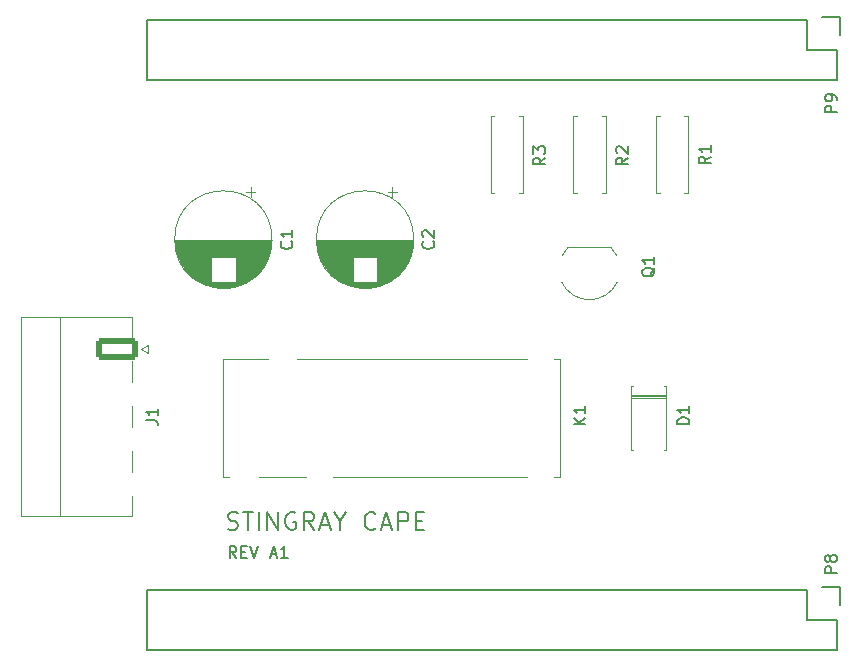
<source format=gto>
G04 #@! TF.GenerationSoftware,KiCad,Pcbnew,6.0.10-86aedd382b~118~ubuntu20.04.1*
G04 #@! TF.CreationDate,2023-01-08T00:17:35-08:00*
G04 #@! TF.ProjectId,stingray,7374696e-6772-4617-992e-6b696361645f,A1*
G04 #@! TF.SameCoordinates,Original*
G04 #@! TF.FileFunction,Legend,Top*
G04 #@! TF.FilePolarity,Positive*
%FSLAX46Y46*%
G04 Gerber Fmt 4.6, Leading zero omitted, Abs format (unit mm)*
G04 Created by KiCad (PCBNEW 6.0.10-86aedd382b~118~ubuntu20.04.1) date 2023-01-08 00:17:35*
%MOMM*%
%LPD*%
G01*
G04 APERTURE LIST*
G04 Aperture macros list*
%AMRoundRect*
0 Rectangle with rounded corners*
0 $1 Rounding radius*
0 $2 $3 $4 $5 $6 $7 $8 $9 X,Y pos of 4 corners*
0 Add a 4 corners polygon primitive as box body*
4,1,4,$2,$3,$4,$5,$6,$7,$8,$9,$2,$3,0*
0 Add four circle primitives for the rounded corners*
1,1,$1+$1,$2,$3*
1,1,$1+$1,$4,$5*
1,1,$1+$1,$6,$7*
1,1,$1+$1,$8,$9*
0 Add four rect primitives between the rounded corners*
20,1,$1+$1,$2,$3,$4,$5,0*
20,1,$1+$1,$4,$5,$6,$7,0*
20,1,$1+$1,$6,$7,$8,$9,0*
20,1,$1+$1,$8,$9,$2,$3,0*%
G04 Aperture macros list end*
%ADD10C,0.150000*%
%ADD11C,0.120000*%
%ADD12R,1.727200X1.727200*%
%ADD13O,1.727200X1.727200*%
%ADD14RoundRect,0.250000X-1.550000X0.650000X-1.550000X-0.650000X1.550000X-0.650000X1.550000X0.650000X0*%
%ADD15O,3.600000X1.800000*%
%ADD16R,1.600000X1.600000*%
%ADD17C,1.600000*%
%ADD18R,1.500000X1.500000*%
%ADD19C,1.500000*%
%ADD20C,2.300000*%
%ADD21O,1.600000X1.600000*%
%ADD22C,5.200000*%
%ADD23R,2.200000X2.200000*%
%ADD24O,2.200000X2.200000*%
G04 APERTURE END LIST*
D10*
X116383214Y-111007142D02*
X116597500Y-111078571D01*
X116954642Y-111078571D01*
X117097500Y-111007142D01*
X117168928Y-110935714D01*
X117240357Y-110792857D01*
X117240357Y-110650000D01*
X117168928Y-110507142D01*
X117097500Y-110435714D01*
X116954642Y-110364285D01*
X116668928Y-110292857D01*
X116526071Y-110221428D01*
X116454642Y-110150000D01*
X116383214Y-110007142D01*
X116383214Y-109864285D01*
X116454642Y-109721428D01*
X116526071Y-109650000D01*
X116668928Y-109578571D01*
X117026071Y-109578571D01*
X117240357Y-109650000D01*
X117668928Y-109578571D02*
X118526071Y-109578571D01*
X118097500Y-111078571D02*
X118097500Y-109578571D01*
X119026071Y-111078571D02*
X119026071Y-109578571D01*
X119740357Y-111078571D02*
X119740357Y-109578571D01*
X120597500Y-111078571D01*
X120597500Y-109578571D01*
X122097500Y-109650000D02*
X121954642Y-109578571D01*
X121740357Y-109578571D01*
X121526071Y-109650000D01*
X121383214Y-109792857D01*
X121311785Y-109935714D01*
X121240357Y-110221428D01*
X121240357Y-110435714D01*
X121311785Y-110721428D01*
X121383214Y-110864285D01*
X121526071Y-111007142D01*
X121740357Y-111078571D01*
X121883214Y-111078571D01*
X122097500Y-111007142D01*
X122168928Y-110935714D01*
X122168928Y-110435714D01*
X121883214Y-110435714D01*
X123668928Y-111078571D02*
X123168928Y-110364285D01*
X122811785Y-111078571D02*
X122811785Y-109578571D01*
X123383214Y-109578571D01*
X123526071Y-109650000D01*
X123597500Y-109721428D01*
X123668928Y-109864285D01*
X123668928Y-110078571D01*
X123597500Y-110221428D01*
X123526071Y-110292857D01*
X123383214Y-110364285D01*
X122811785Y-110364285D01*
X124240357Y-110650000D02*
X124954642Y-110650000D01*
X124097500Y-111078571D02*
X124597500Y-109578571D01*
X125097500Y-111078571D01*
X125883214Y-110364285D02*
X125883214Y-111078571D01*
X125383214Y-109578571D02*
X125883214Y-110364285D01*
X126383214Y-109578571D01*
X128883214Y-110935714D02*
X128811785Y-111007142D01*
X128597500Y-111078571D01*
X128454642Y-111078571D01*
X128240357Y-111007142D01*
X128097500Y-110864285D01*
X128026071Y-110721428D01*
X127954642Y-110435714D01*
X127954642Y-110221428D01*
X128026071Y-109935714D01*
X128097500Y-109792857D01*
X128240357Y-109650000D01*
X128454642Y-109578571D01*
X128597500Y-109578571D01*
X128811785Y-109650000D01*
X128883214Y-109721428D01*
X129454642Y-110650000D02*
X130168928Y-110650000D01*
X129311785Y-111078571D02*
X129811785Y-109578571D01*
X130311785Y-111078571D01*
X130811785Y-111078571D02*
X130811785Y-109578571D01*
X131383214Y-109578571D01*
X131526071Y-109650000D01*
X131597500Y-109721428D01*
X131668928Y-109864285D01*
X131668928Y-110078571D01*
X131597500Y-110221428D01*
X131526071Y-110292857D01*
X131383214Y-110364285D01*
X130811785Y-110364285D01*
X132311785Y-110292857D02*
X132811785Y-110292857D01*
X133026071Y-111078571D02*
X132311785Y-111078571D01*
X132311785Y-109578571D01*
X133026071Y-109578571D01*
X117107023Y-113452380D02*
X116773690Y-112976190D01*
X116535595Y-113452380D02*
X116535595Y-112452380D01*
X116916547Y-112452380D01*
X117011785Y-112500000D01*
X117059404Y-112547619D01*
X117107023Y-112642857D01*
X117107023Y-112785714D01*
X117059404Y-112880952D01*
X117011785Y-112928571D01*
X116916547Y-112976190D01*
X116535595Y-112976190D01*
X117535595Y-112928571D02*
X117868928Y-112928571D01*
X118011785Y-113452380D02*
X117535595Y-113452380D01*
X117535595Y-112452380D01*
X118011785Y-112452380D01*
X118297500Y-112452380D02*
X118630833Y-113452380D01*
X118964166Y-112452380D01*
X120011785Y-113166666D02*
X120487976Y-113166666D01*
X119916547Y-113452380D02*
X120249880Y-112452380D01*
X120583214Y-113452380D01*
X121440357Y-113452380D02*
X120868928Y-113452380D01*
X121154642Y-113452380D02*
X121154642Y-112452380D01*
X121059404Y-112595238D01*
X120964166Y-112690476D01*
X120868928Y-112738095D01*
X109452380Y-101823333D02*
X110166666Y-101823333D01*
X110309523Y-101870952D01*
X110404761Y-101966190D01*
X110452380Y-102109047D01*
X110452380Y-102204285D01*
X110452380Y-100823333D02*
X110452380Y-101394761D01*
X110452380Y-101109047D02*
X109452380Y-101109047D01*
X109595238Y-101204285D01*
X109690476Y-101299523D01*
X109738095Y-101394761D01*
X167952380Y-114738095D02*
X166952380Y-114738095D01*
X166952380Y-114357142D01*
X167000000Y-114261904D01*
X167047619Y-114214285D01*
X167142857Y-114166666D01*
X167285714Y-114166666D01*
X167380952Y-114214285D01*
X167428571Y-114261904D01*
X167476190Y-114357142D01*
X167476190Y-114738095D01*
X167380952Y-113595238D02*
X167333333Y-113690476D01*
X167285714Y-113738095D01*
X167190476Y-113785714D01*
X167142857Y-113785714D01*
X167047619Y-113738095D01*
X167000000Y-113690476D01*
X166952380Y-113595238D01*
X166952380Y-113404761D01*
X167000000Y-113309523D01*
X167047619Y-113261904D01*
X167142857Y-113214285D01*
X167190476Y-113214285D01*
X167285714Y-113261904D01*
X167333333Y-113309523D01*
X167380952Y-113404761D01*
X167380952Y-113595238D01*
X167428571Y-113690476D01*
X167476190Y-113738095D01*
X167571428Y-113785714D01*
X167761904Y-113785714D01*
X167857142Y-113738095D01*
X167904761Y-113690476D01*
X167952380Y-113595238D01*
X167952380Y-113404761D01*
X167904761Y-113309523D01*
X167857142Y-113261904D01*
X167761904Y-113214285D01*
X167571428Y-113214285D01*
X167476190Y-113261904D01*
X167428571Y-113309523D01*
X167380952Y-113404761D01*
X133757142Y-86666666D02*
X133804761Y-86714285D01*
X133852380Y-86857142D01*
X133852380Y-86952380D01*
X133804761Y-87095238D01*
X133709523Y-87190476D01*
X133614285Y-87238095D01*
X133423809Y-87285714D01*
X133280952Y-87285714D01*
X133090476Y-87238095D01*
X132995238Y-87190476D01*
X132900000Y-87095238D01*
X132852380Y-86952380D01*
X132852380Y-86857142D01*
X132900000Y-86714285D01*
X132947619Y-86666666D01*
X132947619Y-86285714D02*
X132900000Y-86238095D01*
X132852380Y-86142857D01*
X132852380Y-85904761D01*
X132900000Y-85809523D01*
X132947619Y-85761904D01*
X133042857Y-85714285D01*
X133138095Y-85714285D01*
X133280952Y-85761904D01*
X133852380Y-86333333D01*
X133852380Y-85714285D01*
X152547619Y-88895238D02*
X152500000Y-88990476D01*
X152404761Y-89085714D01*
X152261904Y-89228571D01*
X152214285Y-89323809D01*
X152214285Y-89419047D01*
X152452380Y-89371428D02*
X152404761Y-89466666D01*
X152309523Y-89561904D01*
X152119047Y-89609523D01*
X151785714Y-89609523D01*
X151595238Y-89561904D01*
X151500000Y-89466666D01*
X151452380Y-89371428D01*
X151452380Y-89180952D01*
X151500000Y-89085714D01*
X151595238Y-88990476D01*
X151785714Y-88942857D01*
X152119047Y-88942857D01*
X152309523Y-88990476D01*
X152404761Y-89085714D01*
X152452380Y-89180952D01*
X152452380Y-89371428D01*
X152452380Y-87990476D02*
X152452380Y-88561904D01*
X152452380Y-88276190D02*
X151452380Y-88276190D01*
X151595238Y-88371428D01*
X151690476Y-88466666D01*
X151738095Y-88561904D01*
X146652380Y-102158095D02*
X145652380Y-102158095D01*
X146652380Y-101586666D02*
X146080952Y-102015238D01*
X145652380Y-101586666D02*
X146223809Y-102158095D01*
X146652380Y-100634285D02*
X146652380Y-101205714D01*
X146652380Y-100920000D02*
X145652380Y-100920000D01*
X145795238Y-101015238D01*
X145890476Y-101110476D01*
X145938095Y-101205714D01*
X157252380Y-79476666D02*
X156776190Y-79810000D01*
X157252380Y-80048095D02*
X156252380Y-80048095D01*
X156252380Y-79667142D01*
X156300000Y-79571904D01*
X156347619Y-79524285D01*
X156442857Y-79476666D01*
X156585714Y-79476666D01*
X156680952Y-79524285D01*
X156728571Y-79571904D01*
X156776190Y-79667142D01*
X156776190Y-80048095D01*
X157252380Y-78524285D02*
X157252380Y-79095714D01*
X157252380Y-78810000D02*
X156252380Y-78810000D01*
X156395238Y-78905238D01*
X156490476Y-79000476D01*
X156538095Y-79095714D01*
X143252380Y-79566666D02*
X142776190Y-79900000D01*
X143252380Y-80138095D02*
X142252380Y-80138095D01*
X142252380Y-79757142D01*
X142300000Y-79661904D01*
X142347619Y-79614285D01*
X142442857Y-79566666D01*
X142585714Y-79566666D01*
X142680952Y-79614285D01*
X142728571Y-79661904D01*
X142776190Y-79757142D01*
X142776190Y-80138095D01*
X142252380Y-79233333D02*
X142252380Y-78614285D01*
X142633333Y-78947619D01*
X142633333Y-78804761D01*
X142680952Y-78709523D01*
X142728571Y-78661904D01*
X142823809Y-78614285D01*
X143061904Y-78614285D01*
X143157142Y-78661904D01*
X143204761Y-78709523D01*
X143252380Y-78804761D01*
X143252380Y-79090476D01*
X143204761Y-79185714D01*
X143157142Y-79233333D01*
X150252380Y-79566666D02*
X149776190Y-79900000D01*
X150252380Y-80138095D02*
X149252380Y-80138095D01*
X149252380Y-79757142D01*
X149300000Y-79661904D01*
X149347619Y-79614285D01*
X149442857Y-79566666D01*
X149585714Y-79566666D01*
X149680952Y-79614285D01*
X149728571Y-79661904D01*
X149776190Y-79757142D01*
X149776190Y-80138095D01*
X149347619Y-79185714D02*
X149300000Y-79138095D01*
X149252380Y-79042857D01*
X149252380Y-78804761D01*
X149300000Y-78709523D01*
X149347619Y-78661904D01*
X149442857Y-78614285D01*
X149538095Y-78614285D01*
X149680952Y-78661904D01*
X150252380Y-79233333D01*
X150252380Y-78614285D01*
X167952380Y-75738095D02*
X166952380Y-75738095D01*
X166952380Y-75357142D01*
X167000000Y-75261904D01*
X167047619Y-75214285D01*
X167142857Y-75166666D01*
X167285714Y-75166666D01*
X167380952Y-75214285D01*
X167428571Y-75261904D01*
X167476190Y-75357142D01*
X167476190Y-75738095D01*
X167952380Y-74690476D02*
X167952380Y-74500000D01*
X167904761Y-74404761D01*
X167857142Y-74357142D01*
X167714285Y-74261904D01*
X167523809Y-74214285D01*
X167142857Y-74214285D01*
X167047619Y-74261904D01*
X167000000Y-74309523D01*
X166952380Y-74404761D01*
X166952380Y-74595238D01*
X167000000Y-74690476D01*
X167047619Y-74738095D01*
X167142857Y-74785714D01*
X167380952Y-74785714D01*
X167476190Y-74738095D01*
X167523809Y-74690476D01*
X167571428Y-74595238D01*
X167571428Y-74404761D01*
X167523809Y-74309523D01*
X167476190Y-74261904D01*
X167380952Y-74214285D01*
X155452380Y-102138095D02*
X154452380Y-102138095D01*
X154452380Y-101900000D01*
X154500000Y-101757142D01*
X154595238Y-101661904D01*
X154690476Y-101614285D01*
X154880952Y-101566666D01*
X155023809Y-101566666D01*
X155214285Y-101614285D01*
X155309523Y-101661904D01*
X155404761Y-101757142D01*
X155452380Y-101900000D01*
X155452380Y-102138095D01*
X155452380Y-100614285D02*
X155452380Y-101185714D01*
X155452380Y-100900000D02*
X154452380Y-100900000D01*
X154595238Y-100995238D01*
X154690476Y-101090476D01*
X154738095Y-101185714D01*
X121757142Y-86666666D02*
X121804761Y-86714285D01*
X121852380Y-86857142D01*
X121852380Y-86952380D01*
X121804761Y-87095238D01*
X121709523Y-87190476D01*
X121614285Y-87238095D01*
X121423809Y-87285714D01*
X121280952Y-87285714D01*
X121090476Y-87238095D01*
X120995238Y-87190476D01*
X120900000Y-87095238D01*
X120852380Y-86952380D01*
X120852380Y-86857142D01*
X120900000Y-86714285D01*
X120947619Y-86666666D01*
X121852380Y-85714285D02*
X121852380Y-86285714D01*
X121852380Y-86000000D02*
X120852380Y-86000000D01*
X120995238Y-86095238D01*
X121090476Y-86190476D01*
X121138095Y-86285714D01*
D11*
X98890000Y-109910000D02*
X108310000Y-109910000D01*
X98890000Y-93060000D02*
X98890000Y-109910000D01*
X108310000Y-93060000D02*
X108310000Y-94720000D01*
X109000000Y-95770000D02*
X109600000Y-95470000D01*
X108310000Y-93060000D02*
X98890000Y-93060000D01*
X108310000Y-96820000D02*
X108310000Y-98530000D01*
X109600000Y-96070000D02*
X109000000Y-95770000D01*
X108310000Y-100630000D02*
X108310000Y-102340000D01*
X108310000Y-109910000D02*
X108310000Y-108250000D01*
X108310000Y-104440000D02*
X108310000Y-106150000D01*
X109600000Y-95470000D02*
X109600000Y-96070000D01*
X102200000Y-93060000D02*
X102200000Y-109910000D01*
D10*
X109525000Y-116195000D02*
X165405000Y-116195000D01*
X109525000Y-121275000D02*
X167945000Y-121275000D01*
X167945000Y-118735000D02*
X165405000Y-118735000D01*
X165405000Y-118735000D02*
X165405000Y-116195000D01*
X168225000Y-117465000D02*
X168225000Y-115915000D01*
X168225000Y-115915000D02*
X166675000Y-115915000D01*
X167945000Y-121275000D02*
X167945000Y-118735000D01*
X109525000Y-121275000D02*
X109525000Y-116195000D01*
D11*
X126960000Y-89221000D02*
X124945000Y-89221000D01*
X131889000Y-87741000D02*
X124111000Y-87741000D01*
X130945000Y-89341000D02*
X129040000Y-89341000D01*
X129229000Y-90421000D02*
X126771000Y-90421000D01*
X130907000Y-89381000D02*
X129040000Y-89381000D01*
X126960000Y-89541000D02*
X125259000Y-89541000D01*
X131757000Y-88101000D02*
X129040000Y-88101000D01*
X131469000Y-88661000D02*
X129040000Y-88661000D01*
X131493000Y-88621000D02*
X129040000Y-88621000D01*
X129964000Y-90101000D02*
X126036000Y-90101000D01*
X126960000Y-87981000D02*
X124195000Y-87981000D01*
X126960000Y-89701000D02*
X125444000Y-89701000D01*
X126960000Y-89061000D02*
X124811000Y-89061000D01*
X131947000Y-87541000D02*
X124053000Y-87541000D01*
X132017000Y-87221000D02*
X123983000Y-87221000D01*
X130741000Y-89541000D02*
X129040000Y-89541000D01*
X126960000Y-89981000D02*
X125834000Y-89981000D01*
X129645000Y-90261000D02*
X126355000Y-90261000D01*
X131790000Y-88021000D02*
X129040000Y-88021000D01*
X131666000Y-88301000D02*
X129040000Y-88301000D01*
X126960000Y-89421000D02*
X125133000Y-89421000D01*
X131584000Y-88461000D02*
X129040000Y-88461000D01*
X131418000Y-88741000D02*
X129040000Y-88741000D01*
X126960000Y-88421000D02*
X124394000Y-88421000D01*
X131090000Y-89181000D02*
X129040000Y-89181000D01*
X132074000Y-86740000D02*
X123926000Y-86740000D01*
X126960000Y-88701000D02*
X124556000Y-88701000D01*
X131189000Y-89061000D02*
X129040000Y-89061000D01*
X132077000Y-86660000D02*
X123923000Y-86660000D01*
X126960000Y-89181000D02*
X124910000Y-89181000D01*
X126960000Y-89381000D02*
X125093000Y-89381000D01*
X126960000Y-88741000D02*
X124582000Y-88741000D01*
X131647000Y-88341000D02*
X129040000Y-88341000D01*
X131365000Y-88821000D02*
X129040000Y-88821000D01*
X130315000Y-82090302D02*
X130315000Y-82890302D01*
X131994000Y-87341000D02*
X124006000Y-87341000D01*
X130697000Y-89581000D02*
X129040000Y-89581000D01*
X130166000Y-89981000D02*
X129040000Y-89981000D01*
X130867000Y-89421000D02*
X129040000Y-89421000D01*
X126960000Y-89581000D02*
X125303000Y-89581000D01*
X126960000Y-88901000D02*
X124691000Y-88901000D01*
X126960000Y-89461000D02*
X125174000Y-89461000D01*
X131914000Y-87661000D02*
X124086000Y-87661000D01*
X132079000Y-86620000D02*
X123921000Y-86620000D01*
X126960000Y-88141000D02*
X124260000Y-88141000D01*
X126960000Y-88941000D02*
X124720000Y-88941000D01*
X131740000Y-88141000D02*
X129040000Y-88141000D01*
X130345000Y-89861000D02*
X129040000Y-89861000D01*
X129098000Y-90461000D02*
X126902000Y-90461000D01*
X126960000Y-89781000D02*
X125546000Y-89781000D01*
X131220000Y-89021000D02*
X129040000Y-89021000D01*
X131627000Y-88381000D02*
X129040000Y-88381000D01*
X126960000Y-89101000D02*
X124844000Y-89101000D01*
X130287000Y-89901000D02*
X129040000Y-89901000D01*
X126960000Y-89501000D02*
X125216000Y-89501000D01*
X130715000Y-82490302D02*
X129915000Y-82490302D01*
X131821000Y-87941000D02*
X124179000Y-87941000D01*
X132061000Y-86900000D02*
X123939000Y-86900000D01*
X130826000Y-89461000D02*
X129040000Y-89461000D01*
X126960000Y-88181000D02*
X124278000Y-88181000D01*
X126960000Y-88781000D02*
X124608000Y-88781000D01*
X131936000Y-87581000D02*
X124064000Y-87581000D01*
X126960000Y-89741000D02*
X125495000Y-89741000D01*
X126960000Y-88621000D02*
X124507000Y-88621000D01*
X126960000Y-88021000D02*
X124210000Y-88021000D01*
X131957000Y-87501000D02*
X124043000Y-87501000D01*
X130784000Y-89501000D02*
X129040000Y-89501000D01*
X131722000Y-88181000D02*
X129040000Y-88181000D01*
X131967000Y-87461000D02*
X124033000Y-87461000D01*
X131338000Y-88861000D02*
X129040000Y-88861000D01*
X130034000Y-90061000D02*
X125966000Y-90061000D01*
X129731000Y-90221000D02*
X126269000Y-90221000D01*
X131392000Y-88781000D02*
X129040000Y-88781000D01*
X129552000Y-90301000D02*
X126448000Y-90301000D01*
X131863000Y-87821000D02*
X124137000Y-87821000D01*
X132076000Y-86700000D02*
X123924000Y-86700000D01*
X131156000Y-89101000D02*
X129040000Y-89101000D01*
X131877000Y-87781000D02*
X124123000Y-87781000D01*
X131925000Y-87621000D02*
X124075000Y-87621000D01*
X129346000Y-90381000D02*
X126654000Y-90381000D01*
X131686000Y-88261000D02*
X129040000Y-88261000D01*
X126960000Y-88541000D02*
X124460000Y-88541000D01*
X130556000Y-89701000D02*
X129040000Y-89701000D01*
X132080000Y-86500000D02*
X123920000Y-86500000D01*
X128948000Y-90501000D02*
X127052000Y-90501000D01*
X126960000Y-88061000D02*
X124226000Y-88061000D01*
X131985000Y-87381000D02*
X124015000Y-87381000D01*
X130651000Y-89621000D02*
X129040000Y-89621000D01*
X128533000Y-90581000D02*
X127467000Y-90581000D01*
X126960000Y-88821000D02*
X124635000Y-88821000D01*
X126960000Y-90021000D02*
X125898000Y-90021000D01*
X130604000Y-89661000D02*
X129040000Y-89661000D01*
X131805000Y-87981000D02*
X129040000Y-87981000D01*
X126960000Y-88301000D02*
X124334000Y-88301000D01*
X132057000Y-86940000D02*
X123943000Y-86940000D01*
X130454000Y-89781000D02*
X129040000Y-89781000D01*
X126960000Y-89661000D02*
X125396000Y-89661000D01*
X131250000Y-88981000D02*
X129040000Y-88981000D01*
X131444000Y-88701000D02*
X129040000Y-88701000D01*
X131055000Y-89221000D02*
X129040000Y-89221000D01*
X132030000Y-87140000D02*
X123970000Y-87140000D01*
X126960000Y-88581000D02*
X124483000Y-88581000D01*
X128768000Y-90541000D02*
X127232000Y-90541000D01*
X132048000Y-87020000D02*
X123952000Y-87020000D01*
X126960000Y-88461000D02*
X124416000Y-88461000D01*
X132071000Y-86780000D02*
X123929000Y-86780000D01*
X129890000Y-90141000D02*
X126110000Y-90141000D01*
X131309000Y-88901000D02*
X129040000Y-88901000D01*
X126960000Y-88381000D02*
X124373000Y-88381000D01*
X131124000Y-89141000D02*
X129040000Y-89141000D01*
X126960000Y-88501000D02*
X124438000Y-88501000D01*
X126960000Y-88221000D02*
X124296000Y-88221000D01*
X126960000Y-88861000D02*
X124662000Y-88861000D01*
X131850000Y-87861000D02*
X124150000Y-87861000D01*
X126960000Y-89941000D02*
X125772000Y-89941000D01*
X132065000Y-86860000D02*
X123935000Y-86860000D01*
X132002000Y-87301000D02*
X123998000Y-87301000D01*
X126960000Y-88981000D02*
X124750000Y-88981000D01*
X132080000Y-86580000D02*
X123920000Y-86580000D01*
X126960000Y-89621000D02*
X125349000Y-89621000D01*
X131976000Y-87421000D02*
X124024000Y-87421000D01*
X132024000Y-87180000D02*
X123976000Y-87180000D01*
X132037000Y-87100000D02*
X123963000Y-87100000D01*
X126960000Y-89021000D02*
X124780000Y-89021000D01*
X126960000Y-89341000D02*
X125055000Y-89341000D01*
X130102000Y-90021000D02*
X129040000Y-90021000D01*
X131019000Y-89261000D02*
X129040000Y-89261000D01*
X131517000Y-88581000D02*
X129040000Y-88581000D01*
X126960000Y-89261000D02*
X124981000Y-89261000D01*
X131774000Y-88061000D02*
X129040000Y-88061000D01*
X126960000Y-89901000D02*
X125713000Y-89901000D01*
X126960000Y-89821000D02*
X125600000Y-89821000D01*
X126960000Y-89301000D02*
X125017000Y-89301000D01*
X126960000Y-89861000D02*
X125655000Y-89861000D01*
X130228000Y-89941000D02*
X129040000Y-89941000D01*
X131280000Y-88941000D02*
X129040000Y-88941000D01*
X131606000Y-88421000D02*
X129040000Y-88421000D01*
X130400000Y-89821000D02*
X129040000Y-89821000D01*
X131540000Y-88541000D02*
X129040000Y-88541000D01*
X132042000Y-87060000D02*
X123958000Y-87060000D01*
X132010000Y-87261000D02*
X123990000Y-87261000D01*
X129453000Y-90341000D02*
X126547000Y-90341000D01*
X126960000Y-88101000D02*
X124243000Y-88101000D01*
X132052000Y-86980000D02*
X123948000Y-86980000D01*
X126960000Y-89141000D02*
X124876000Y-89141000D01*
X132080000Y-86540000D02*
X123920000Y-86540000D01*
X129813000Y-90181000D02*
X126187000Y-90181000D01*
X131562000Y-88501000D02*
X129040000Y-88501000D01*
X130505000Y-89741000D02*
X129040000Y-89741000D01*
X131835000Y-87901000D02*
X124165000Y-87901000D01*
X126960000Y-88341000D02*
X124353000Y-88341000D01*
X130983000Y-89301000D02*
X129040000Y-89301000D01*
X126960000Y-88661000D02*
X124531000Y-88661000D01*
X131704000Y-88221000D02*
X129040000Y-88221000D01*
X126960000Y-88261000D02*
X124314000Y-88261000D01*
X132068000Y-86820000D02*
X123932000Y-86820000D01*
X131902000Y-87701000D02*
X124098000Y-87701000D01*
X132120000Y-86500000D02*
G75*
G03*
X132120000Y-86500000I-4120000J0D01*
G01*
X148800000Y-87150000D02*
X145200000Y-87150000D01*
X149324184Y-87877205D02*
G75*
G03*
X148800000Y-87150000I-2324184J-1122795D01*
G01*
X144643600Y-90098807D02*
G75*
G03*
X147000000Y-91600000I2356400J1098807D01*
G01*
X145200000Y-87150000D02*
G75*
G03*
X144675816Y-87877205I1800000J-1850000D01*
G01*
X147000000Y-91600000D02*
G75*
G03*
X149356400Y-90098807I0J2600000D01*
G01*
X119000000Y-106610000D02*
X123000000Y-106610000D01*
X141750000Y-96610000D02*
X122250000Y-96610000D01*
X119750000Y-96610000D02*
X116000000Y-96610000D01*
X144500000Y-96610000D02*
X144000000Y-96610000D01*
X116000000Y-96610000D02*
X116000000Y-106610000D01*
X116000000Y-106610000D02*
X116500000Y-106610000D01*
X125250000Y-106610000D02*
X141750000Y-106610000D01*
X144000000Y-106610000D02*
X144500000Y-106610000D01*
X144500000Y-106610000D02*
X144500000Y-96610000D01*
X155370000Y-76040000D02*
X155370000Y-82580000D01*
X152630000Y-82580000D02*
X152960000Y-82580000D01*
X155040000Y-76040000D02*
X155370000Y-76040000D01*
X152630000Y-76040000D02*
X152630000Y-82580000D01*
X152960000Y-76040000D02*
X152630000Y-76040000D01*
X155370000Y-82580000D02*
X155040000Y-82580000D01*
X141370000Y-82580000D02*
X141040000Y-82580000D01*
X141370000Y-76040000D02*
X141370000Y-82580000D01*
X141040000Y-76040000D02*
X141370000Y-76040000D01*
X138960000Y-76040000D02*
X138630000Y-76040000D01*
X138630000Y-82580000D02*
X138960000Y-82580000D01*
X138630000Y-76040000D02*
X138630000Y-82580000D01*
X145630000Y-76040000D02*
X145960000Y-76040000D01*
X145960000Y-82580000D02*
X145630000Y-82580000D01*
X148370000Y-82580000D02*
X148370000Y-76040000D01*
X148040000Y-82580000D02*
X148370000Y-82580000D01*
X148370000Y-76040000D02*
X148040000Y-76040000D01*
X145630000Y-82580000D02*
X145630000Y-76040000D01*
D10*
X109525000Y-73015000D02*
X109525000Y-67935000D01*
X167945000Y-73015000D02*
X167945000Y-70475000D01*
X167945000Y-70475000D02*
X165405000Y-70475000D01*
X109525000Y-73015000D02*
X167945000Y-73015000D01*
X165405000Y-70475000D02*
X165405000Y-67935000D01*
X168225000Y-67655000D02*
X166675000Y-67655000D01*
X109525000Y-67935000D02*
X165405000Y-67935000D01*
X168225000Y-69205000D02*
X168225000Y-67655000D01*
D11*
X153340000Y-98870000D02*
X153470000Y-98870000D01*
X153470000Y-99890000D02*
X150530000Y-99890000D01*
X153470000Y-104310000D02*
X153340000Y-104310000D01*
X153470000Y-99650000D02*
X150530000Y-99650000D01*
X150530000Y-98870000D02*
X150530000Y-104310000D01*
X150530000Y-104310000D02*
X150660000Y-104310000D01*
X153470000Y-98870000D02*
X153470000Y-104310000D01*
X153470000Y-99770000D02*
X150530000Y-99770000D01*
X150660000Y-98870000D02*
X150530000Y-98870000D01*
X114960000Y-89981000D02*
X113834000Y-89981000D01*
X117813000Y-90181000D02*
X114187000Y-90181000D01*
X120068000Y-86820000D02*
X111932000Y-86820000D01*
X120079000Y-86620000D02*
X111921000Y-86620000D01*
X117098000Y-90461000D02*
X114902000Y-90461000D01*
X114960000Y-89621000D02*
X113349000Y-89621000D01*
X119124000Y-89141000D02*
X117040000Y-89141000D01*
X114960000Y-88421000D02*
X112394000Y-88421000D01*
X117453000Y-90341000D02*
X114547000Y-90341000D01*
X119418000Y-88741000D02*
X117040000Y-88741000D01*
X114960000Y-88061000D02*
X112226000Y-88061000D01*
X119967000Y-87461000D02*
X112033000Y-87461000D01*
X119686000Y-88261000D02*
X117040000Y-88261000D01*
X118102000Y-90021000D02*
X117040000Y-90021000D01*
X119805000Y-87981000D02*
X117040000Y-87981000D01*
X118556000Y-89701000D02*
X117040000Y-89701000D01*
X114960000Y-88021000D02*
X112210000Y-88021000D01*
X114960000Y-88301000D02*
X112334000Y-88301000D01*
X117731000Y-90221000D02*
X114269000Y-90221000D01*
X117229000Y-90421000D02*
X114771000Y-90421000D01*
X120071000Y-86780000D02*
X111929000Y-86780000D01*
X118784000Y-89501000D02*
X117040000Y-89501000D01*
X119250000Y-88981000D02*
X117040000Y-88981000D01*
X119757000Y-88101000D02*
X117040000Y-88101000D01*
X118983000Y-89301000D02*
X117040000Y-89301000D01*
X114960000Y-89301000D02*
X113017000Y-89301000D01*
X119790000Y-88021000D02*
X117040000Y-88021000D01*
X119647000Y-88341000D02*
X117040000Y-88341000D01*
X118345000Y-89861000D02*
X117040000Y-89861000D01*
X118034000Y-90061000D02*
X113966000Y-90061000D01*
X120030000Y-87140000D02*
X111970000Y-87140000D01*
X117346000Y-90381000D02*
X114654000Y-90381000D01*
X114960000Y-89101000D02*
X112844000Y-89101000D01*
X119850000Y-87861000D02*
X112150000Y-87861000D01*
X114960000Y-89741000D02*
X113495000Y-89741000D01*
X114960000Y-88781000D02*
X112608000Y-88781000D01*
X119156000Y-89101000D02*
X117040000Y-89101000D01*
X120017000Y-87221000D02*
X111983000Y-87221000D01*
X114960000Y-89581000D02*
X113303000Y-89581000D01*
X120052000Y-86980000D02*
X111948000Y-86980000D01*
X114960000Y-88221000D02*
X112296000Y-88221000D01*
X114960000Y-88581000D02*
X112483000Y-88581000D01*
X118697000Y-89581000D02*
X117040000Y-89581000D01*
X119835000Y-87901000D02*
X112165000Y-87901000D01*
X120048000Y-87020000D02*
X111952000Y-87020000D01*
X116768000Y-90541000D02*
X115232000Y-90541000D01*
X117552000Y-90301000D02*
X114448000Y-90301000D01*
X116948000Y-90501000D02*
X115052000Y-90501000D01*
X118907000Y-89381000D02*
X117040000Y-89381000D01*
X119540000Y-88541000D02*
X117040000Y-88541000D01*
X118315000Y-82090302D02*
X118315000Y-82890302D01*
X119309000Y-88901000D02*
X117040000Y-88901000D01*
X118228000Y-89941000D02*
X117040000Y-89941000D01*
X119957000Y-87501000D02*
X112043000Y-87501000D01*
X114960000Y-89821000D02*
X113600000Y-89821000D01*
X118651000Y-89621000D02*
X117040000Y-89621000D01*
X114960000Y-89181000D02*
X112910000Y-89181000D01*
X119055000Y-89221000D02*
X117040000Y-89221000D01*
X119627000Y-88381000D02*
X117040000Y-88381000D01*
X119090000Y-89181000D02*
X117040000Y-89181000D01*
X114960000Y-88981000D02*
X112750000Y-88981000D01*
X118945000Y-89341000D02*
X117040000Y-89341000D01*
X114960000Y-88741000D02*
X112582000Y-88741000D01*
X114960000Y-89381000D02*
X113093000Y-89381000D01*
X120037000Y-87100000D02*
X111963000Y-87100000D01*
X114960000Y-89861000D02*
X113655000Y-89861000D01*
X118505000Y-89741000D02*
X117040000Y-89741000D01*
X119584000Y-88461000D02*
X117040000Y-88461000D01*
X119889000Y-87741000D02*
X112111000Y-87741000D01*
X120080000Y-86540000D02*
X111920000Y-86540000D01*
X119189000Y-89061000D02*
X117040000Y-89061000D01*
X116533000Y-90581000D02*
X115467000Y-90581000D01*
X118867000Y-89421000D02*
X117040000Y-89421000D01*
X118287000Y-89901000D02*
X117040000Y-89901000D01*
X120061000Y-86900000D02*
X111939000Y-86900000D01*
X119914000Y-87661000D02*
X112086000Y-87661000D01*
X114960000Y-89061000D02*
X112811000Y-89061000D01*
X114960000Y-88821000D02*
X112635000Y-88821000D01*
X114960000Y-89221000D02*
X112945000Y-89221000D01*
X120080000Y-86500000D02*
X111920000Y-86500000D01*
X119704000Y-88221000D02*
X117040000Y-88221000D01*
X118604000Y-89661000D02*
X117040000Y-89661000D01*
X114960000Y-87981000D02*
X112195000Y-87981000D01*
X114960000Y-89501000D02*
X113216000Y-89501000D01*
X118741000Y-89541000D02*
X117040000Y-89541000D01*
X114960000Y-89661000D02*
X113396000Y-89661000D01*
X114960000Y-88341000D02*
X112353000Y-88341000D01*
X119517000Y-88581000D02*
X117040000Y-88581000D01*
X118166000Y-89981000D02*
X117040000Y-89981000D01*
X119606000Y-88421000D02*
X117040000Y-88421000D01*
X119740000Y-88141000D02*
X117040000Y-88141000D01*
X114960000Y-89701000D02*
X113444000Y-89701000D01*
X114960000Y-89461000D02*
X113174000Y-89461000D01*
X119722000Y-88181000D02*
X117040000Y-88181000D01*
X119666000Y-88301000D02*
X117040000Y-88301000D01*
X114960000Y-88261000D02*
X112314000Y-88261000D01*
X117964000Y-90101000D02*
X114036000Y-90101000D01*
X119947000Y-87541000D02*
X112053000Y-87541000D01*
X114960000Y-90021000D02*
X113898000Y-90021000D01*
X114960000Y-88141000D02*
X112260000Y-88141000D01*
X118400000Y-89821000D02*
X117040000Y-89821000D01*
X114960000Y-88381000D02*
X112373000Y-88381000D01*
X114960000Y-88101000D02*
X112243000Y-88101000D01*
X119902000Y-87701000D02*
X112098000Y-87701000D01*
X114960000Y-89541000D02*
X113259000Y-89541000D01*
X114960000Y-88501000D02*
X112438000Y-88501000D01*
X120065000Y-86860000D02*
X111935000Y-86860000D01*
X119936000Y-87581000D02*
X112064000Y-87581000D01*
X119392000Y-88781000D02*
X117040000Y-88781000D01*
X114960000Y-89341000D02*
X113055000Y-89341000D01*
X114960000Y-88541000D02*
X112460000Y-88541000D01*
X114960000Y-89261000D02*
X112981000Y-89261000D01*
X114960000Y-88621000D02*
X112507000Y-88621000D01*
X119220000Y-89021000D02*
X117040000Y-89021000D01*
X119994000Y-87341000D02*
X112006000Y-87341000D01*
X114960000Y-88461000D02*
X112416000Y-88461000D01*
X120077000Y-86660000D02*
X111923000Y-86660000D01*
X114960000Y-89901000D02*
X113713000Y-89901000D01*
X119019000Y-89261000D02*
X117040000Y-89261000D01*
X114960000Y-89021000D02*
X112780000Y-89021000D01*
X119338000Y-88861000D02*
X117040000Y-88861000D01*
X119493000Y-88621000D02*
X117040000Y-88621000D01*
X119469000Y-88661000D02*
X117040000Y-88661000D01*
X120010000Y-87261000D02*
X111990000Y-87261000D01*
X120076000Y-86700000D02*
X111924000Y-86700000D01*
X119821000Y-87941000D02*
X112179000Y-87941000D01*
X114960000Y-88701000D02*
X112556000Y-88701000D01*
X119925000Y-87621000D02*
X112075000Y-87621000D01*
X114960000Y-89141000D02*
X112876000Y-89141000D01*
X118826000Y-89461000D02*
X117040000Y-89461000D01*
X119365000Y-88821000D02*
X117040000Y-88821000D01*
X119863000Y-87821000D02*
X112137000Y-87821000D01*
X114960000Y-89941000D02*
X113772000Y-89941000D01*
X119280000Y-88941000D02*
X117040000Y-88941000D01*
X114960000Y-89781000D02*
X113546000Y-89781000D01*
X114960000Y-89421000D02*
X113133000Y-89421000D01*
X120074000Y-86740000D02*
X111926000Y-86740000D01*
X114960000Y-88861000D02*
X112662000Y-88861000D01*
X120002000Y-87301000D02*
X111998000Y-87301000D01*
X114960000Y-88181000D02*
X112278000Y-88181000D01*
X119562000Y-88501000D02*
X117040000Y-88501000D01*
X120024000Y-87180000D02*
X111976000Y-87180000D01*
X119877000Y-87781000D02*
X112123000Y-87781000D01*
X120080000Y-86580000D02*
X111920000Y-86580000D01*
X120042000Y-87060000D02*
X111958000Y-87060000D01*
X119444000Y-88701000D02*
X117040000Y-88701000D01*
X119976000Y-87421000D02*
X112024000Y-87421000D01*
X119774000Y-88061000D02*
X117040000Y-88061000D01*
X120057000Y-86940000D02*
X111943000Y-86940000D01*
X117890000Y-90141000D02*
X114110000Y-90141000D01*
X117645000Y-90261000D02*
X114355000Y-90261000D01*
X118454000Y-89781000D02*
X117040000Y-89781000D01*
X118715000Y-82490302D02*
X117915000Y-82490302D01*
X114960000Y-88941000D02*
X112720000Y-88941000D01*
X119985000Y-87381000D02*
X112015000Y-87381000D01*
X114960000Y-88661000D02*
X112531000Y-88661000D01*
X114960000Y-88901000D02*
X112691000Y-88901000D01*
X120120000Y-86500000D02*
G75*
G03*
X120120000Y-86500000I-4120000J0D01*
G01*
D12*
X166675000Y-117465000D03*
D13*
X166675000Y-120005000D03*
X164135000Y-117465000D03*
X164135000Y-120005000D03*
X161595000Y-117465000D03*
X161595000Y-120005000D03*
X159055000Y-117465000D03*
X159055000Y-120005000D03*
X156515000Y-117465000D03*
X156515000Y-120005000D03*
X153975000Y-117465000D03*
X153975000Y-120005000D03*
X151435000Y-117465000D03*
X151435000Y-120005000D03*
X148895000Y-117465000D03*
X148895000Y-120005000D03*
X146355000Y-117465000D03*
X146355000Y-120005000D03*
X143815000Y-117465000D03*
X143815000Y-120005000D03*
X141275000Y-117465000D03*
X141275000Y-120005000D03*
X138735000Y-117465000D03*
X138735000Y-120005000D03*
X136195000Y-117465000D03*
X136195000Y-120005000D03*
X133655000Y-117465000D03*
X133655000Y-120005000D03*
X131115000Y-117465000D03*
X131115000Y-120005000D03*
X128575000Y-117465000D03*
X128575000Y-120005000D03*
X126035000Y-117465000D03*
X126035000Y-120005000D03*
X123495000Y-117465000D03*
X123495000Y-120005000D03*
X120955000Y-117465000D03*
X120955000Y-120005000D03*
X118415000Y-117465000D03*
X118415000Y-120005000D03*
X115875000Y-117465000D03*
X115875000Y-120005000D03*
X113335000Y-117465000D03*
X113335000Y-120005000D03*
X110795000Y-117465000D03*
X110795000Y-120005000D03*
D12*
X166675000Y-69205000D03*
D13*
X166675000Y-71745000D03*
X164135000Y-69205000D03*
X164135000Y-71745000D03*
X161595000Y-69205000D03*
X161595000Y-71745000D03*
X159055000Y-69205000D03*
X159055000Y-71745000D03*
X156515000Y-69205000D03*
X156515000Y-71745000D03*
X153975000Y-69205000D03*
X153975000Y-71745000D03*
X151435000Y-69205000D03*
X151435000Y-71745000D03*
X148895000Y-69205000D03*
X148895000Y-71745000D03*
X146355000Y-69205000D03*
X146355000Y-71745000D03*
X143815000Y-69205000D03*
X143815000Y-71745000D03*
X141275000Y-69205000D03*
X141275000Y-71745000D03*
X138735000Y-69205000D03*
X138735000Y-71745000D03*
X136195000Y-69205000D03*
X136195000Y-71745000D03*
X133655000Y-69205000D03*
X133655000Y-71745000D03*
X131115000Y-69205000D03*
X131115000Y-71745000D03*
X128575000Y-69205000D03*
X128575000Y-71745000D03*
X126035000Y-69205000D03*
X126035000Y-71745000D03*
X123495000Y-69205000D03*
X123495000Y-71745000D03*
X120955000Y-69205000D03*
X120955000Y-71745000D03*
X118415000Y-69205000D03*
X118415000Y-71745000D03*
X115875000Y-69205000D03*
X115875000Y-71745000D03*
X113335000Y-69205000D03*
X113335000Y-71745000D03*
X110795000Y-69205000D03*
X110795000Y-71745000D03*
%LPC*%
D14*
X107000000Y-95770000D03*
D15*
X107000000Y-99580000D03*
X107000000Y-103390000D03*
X107000000Y-107200000D03*
D12*
X166675000Y-117465000D03*
D13*
X166675000Y-120005000D03*
X164135000Y-117465000D03*
X164135000Y-120005000D03*
X161595000Y-117465000D03*
X161595000Y-120005000D03*
X159055000Y-117465000D03*
X159055000Y-120005000D03*
X156515000Y-117465000D03*
X156515000Y-120005000D03*
X153975000Y-117465000D03*
X153975000Y-120005000D03*
X151435000Y-117465000D03*
X151435000Y-120005000D03*
X148895000Y-117465000D03*
X148895000Y-120005000D03*
X146355000Y-117465000D03*
X146355000Y-120005000D03*
X143815000Y-117465000D03*
X143815000Y-120005000D03*
X141275000Y-117465000D03*
X141275000Y-120005000D03*
X138735000Y-117465000D03*
X138735000Y-120005000D03*
X136195000Y-117465000D03*
X136195000Y-120005000D03*
X133655000Y-117465000D03*
X133655000Y-120005000D03*
X131115000Y-117465000D03*
X131115000Y-120005000D03*
X128575000Y-117465000D03*
X128575000Y-120005000D03*
X126035000Y-117465000D03*
X126035000Y-120005000D03*
X123495000Y-117465000D03*
X123495000Y-120005000D03*
X120955000Y-117465000D03*
X120955000Y-120005000D03*
X118415000Y-117465000D03*
X118415000Y-120005000D03*
X115875000Y-117465000D03*
X115875000Y-120005000D03*
X113335000Y-117465000D03*
X113335000Y-120005000D03*
X110795000Y-117465000D03*
X110795000Y-120005000D03*
D16*
X128000000Y-84000000D03*
D17*
X128000000Y-89000000D03*
D18*
X149540000Y-89000000D03*
D19*
X147000000Y-89000000D03*
X144460000Y-89000000D03*
D20*
X143000000Y-97800000D03*
X120900000Y-97800000D03*
X117700000Y-105420000D03*
X124100000Y-105420000D03*
X143000000Y-105420000D03*
D17*
X154000000Y-75500000D03*
D21*
X154000000Y-83120000D03*
D17*
X140000000Y-75500000D03*
D21*
X140000000Y-83120000D03*
D17*
X147000000Y-83120000D03*
D21*
X147000000Y-75500000D03*
D22*
X171755000Y-70475000D03*
X171755000Y-118735000D03*
X105715000Y-73650000D03*
X105715000Y-115560000D03*
D12*
X166675000Y-69205000D03*
D13*
X166675000Y-71745000D03*
X164135000Y-69205000D03*
X164135000Y-71745000D03*
X161595000Y-69205000D03*
X161595000Y-71745000D03*
X159055000Y-69205000D03*
X159055000Y-71745000D03*
X156515000Y-69205000D03*
X156515000Y-71745000D03*
X153975000Y-69205000D03*
X153975000Y-71745000D03*
X151435000Y-69205000D03*
X151435000Y-71745000D03*
X148895000Y-69205000D03*
X148895000Y-71745000D03*
X146355000Y-69205000D03*
X146355000Y-71745000D03*
X143815000Y-69205000D03*
X143815000Y-71745000D03*
X141275000Y-69205000D03*
X141275000Y-71745000D03*
X138735000Y-69205000D03*
X138735000Y-71745000D03*
X136195000Y-69205000D03*
X136195000Y-71745000D03*
X133655000Y-69205000D03*
X133655000Y-71745000D03*
X131115000Y-69205000D03*
X131115000Y-71745000D03*
X128575000Y-69205000D03*
X128575000Y-71745000D03*
X126035000Y-69205000D03*
X126035000Y-71745000D03*
X123495000Y-69205000D03*
X123495000Y-71745000D03*
X120955000Y-69205000D03*
X120955000Y-71745000D03*
X118415000Y-69205000D03*
X118415000Y-71745000D03*
X115875000Y-69205000D03*
X115875000Y-71745000D03*
X113335000Y-69205000D03*
X113335000Y-71745000D03*
X110795000Y-69205000D03*
X110795000Y-71745000D03*
D23*
X152000000Y-97780000D03*
D24*
X152000000Y-105400000D03*
D16*
X116000000Y-84000000D03*
D17*
X116000000Y-89000000D03*
M02*

</source>
